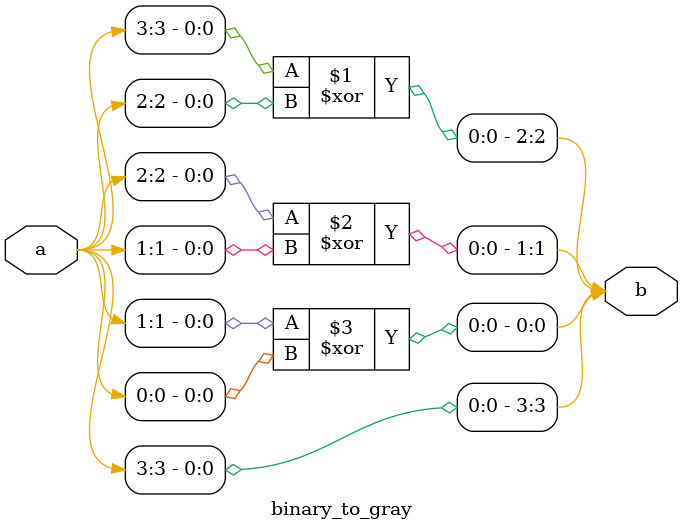
<source format=v>
module binary_to_gray (
    input [3:0] a,
    output [3:0] b
);
    assign b[3] = a[3];
    assign b[2] = a[3] ^ a[2];
    assign b[1] = a[2] ^ a[1];
    assign b[0] = a[1] ^ a[0];
endmodule


</source>
